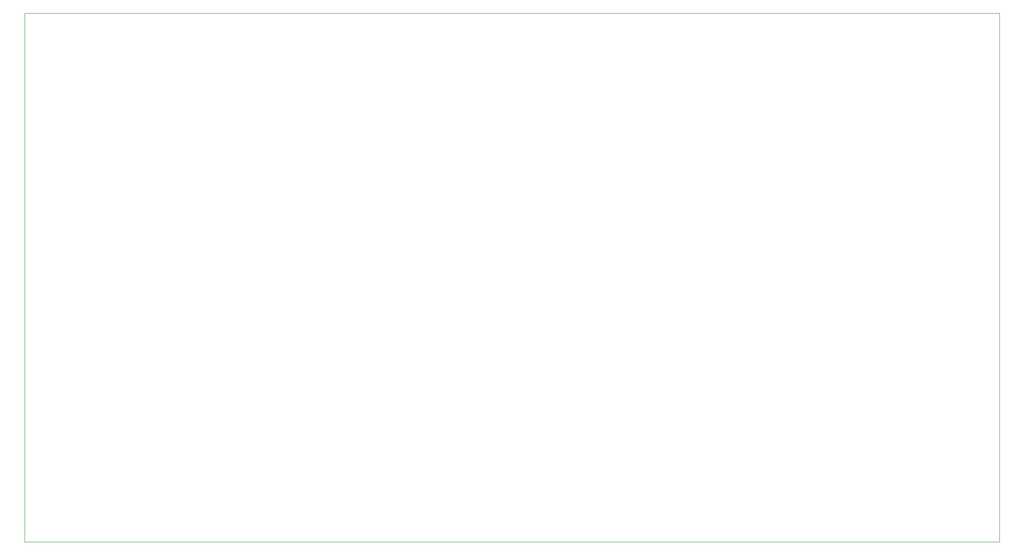
<source format=gbr>
%TF.GenerationSoftware,KiCad,Pcbnew,9.0.4*%
%TF.CreationDate,2025-12-30T13:48:10+01:00*%
%TF.ProjectId,Capteur_temperature,43617074-6575-4725-9f74-656d70657261,rev?*%
%TF.SameCoordinates,Original*%
%TF.FileFunction,Profile,NP*%
%FSLAX46Y46*%
G04 Gerber Fmt 4.6, Leading zero omitted, Abs format (unit mm)*
G04 Created by KiCad (PCBNEW 9.0.4) date 2025-12-30 13:48:10*
%MOMM*%
%LPD*%
G01*
G04 APERTURE LIST*
%TA.AperFunction,Profile*%
%ADD10C,0.050000*%
%TD*%
G04 APERTURE END LIST*
D10*
X32500000Y-34500000D02*
X220500000Y-34500000D01*
X220500000Y-136500000D01*
X32500000Y-136500000D01*
X32500000Y-34500000D01*
M02*

</source>
